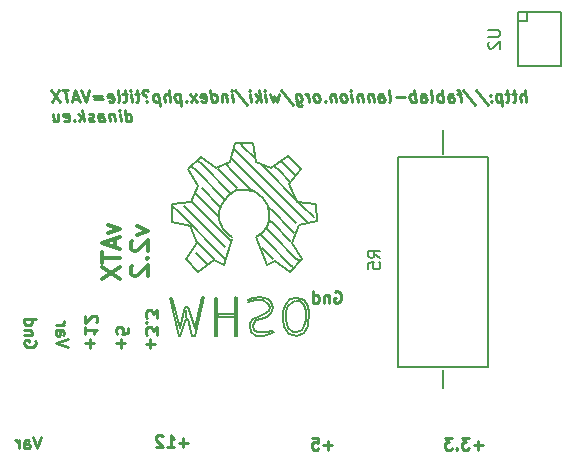
<source format=gbo>
%FSLAX46Y46*%
G04 Gerber Fmt 4.6, Leading zero omitted, Abs format (unit mm)*
G04 Created by KiCad (PCBNEW (2014-09-02 BZR 5112)-product) date jeu. 26 mars 2015 23:29:14 CET*
%MOMM*%
G01*
G04 APERTURE LIST*
%ADD10C,0.150000*%
%ADD11C,0.250000*%
%ADD12C,0.300000*%
G04 APERTURE END LIST*
D10*
D11*
X146771428Y-89271429D02*
X146009523Y-89271429D01*
X146390475Y-89652381D02*
X146390475Y-88890476D01*
X145628571Y-88652381D02*
X145009523Y-88652381D01*
X145342857Y-89033333D01*
X145199999Y-89033333D01*
X145104761Y-89080952D01*
X145057142Y-89128571D01*
X145009523Y-89223810D01*
X145009523Y-89461905D01*
X145057142Y-89557143D01*
X145104761Y-89604762D01*
X145199999Y-89652381D01*
X145485714Y-89652381D01*
X145580952Y-89604762D01*
X145628571Y-89557143D01*
X144580952Y-89557143D02*
X144533333Y-89604762D01*
X144580952Y-89652381D01*
X144628571Y-89604762D01*
X144580952Y-89557143D01*
X144580952Y-89652381D01*
X144200000Y-88652381D02*
X143580952Y-88652381D01*
X143914286Y-89033333D01*
X143771428Y-89033333D01*
X143676190Y-89080952D01*
X143628571Y-89128571D01*
X143580952Y-89223810D01*
X143580952Y-89461905D01*
X143628571Y-89557143D01*
X143676190Y-89604762D01*
X143771428Y-89652381D01*
X144057143Y-89652381D01*
X144152381Y-89604762D01*
X144200000Y-89557143D01*
X134057143Y-89271429D02*
X133295238Y-89271429D01*
X133676190Y-89652381D02*
X133676190Y-88890476D01*
X132342857Y-88652381D02*
X132819048Y-88652381D01*
X132866667Y-89128571D01*
X132819048Y-89080952D01*
X132723810Y-89033333D01*
X132485714Y-89033333D01*
X132390476Y-89080952D01*
X132342857Y-89128571D01*
X132295238Y-89223810D01*
X132295238Y-89461905D01*
X132342857Y-89557143D01*
X132390476Y-89604762D01*
X132485714Y-89652381D01*
X132723810Y-89652381D01*
X132819048Y-89604762D01*
X132866667Y-89557143D01*
X121833333Y-89071429D02*
X121071428Y-89071429D01*
X121452380Y-89452381D02*
X121452380Y-88690476D01*
X120071428Y-89452381D02*
X120642857Y-89452381D01*
X120357143Y-89452381D02*
X120357143Y-88452381D01*
X120452381Y-88595238D01*
X120547619Y-88690476D01*
X120642857Y-88738095D01*
X119690476Y-88547619D02*
X119642857Y-88500000D01*
X119547619Y-88452381D01*
X119309523Y-88452381D01*
X119214285Y-88500000D01*
X119166666Y-88547619D01*
X119119047Y-88642857D01*
X119119047Y-88738095D01*
X119166666Y-88880952D01*
X119738095Y-89452381D01*
X119119047Y-89452381D01*
X109395238Y-88552381D02*
X109061905Y-89552381D01*
X108728571Y-88552381D01*
X107966666Y-89552381D02*
X107966666Y-89028571D01*
X108014285Y-88933333D01*
X108109523Y-88885714D01*
X108300000Y-88885714D01*
X108395238Y-88933333D01*
X107966666Y-89504762D02*
X108061904Y-89552381D01*
X108300000Y-89552381D01*
X108395238Y-89504762D01*
X108442857Y-89409524D01*
X108442857Y-89314286D01*
X108395238Y-89219048D01*
X108300000Y-89171429D01*
X108061904Y-89171429D01*
X107966666Y-89123810D01*
X107490476Y-89552381D02*
X107490476Y-88885714D01*
X107490476Y-89076190D02*
X107442857Y-88980952D01*
X107395238Y-88933333D01*
X107300000Y-88885714D01*
X107204761Y-88885714D01*
X134242857Y-76300000D02*
X134338095Y-76252381D01*
X134480952Y-76252381D01*
X134623810Y-76300000D01*
X134719048Y-76395238D01*
X134766667Y-76490476D01*
X134814286Y-76680952D01*
X134814286Y-76823810D01*
X134766667Y-77014286D01*
X134719048Y-77109524D01*
X134623810Y-77204762D01*
X134480952Y-77252381D01*
X134385714Y-77252381D01*
X134242857Y-77204762D01*
X134195238Y-77157143D01*
X134195238Y-76823810D01*
X134385714Y-76823810D01*
X133766667Y-76585714D02*
X133766667Y-77252381D01*
X133766667Y-76680952D02*
X133719048Y-76633333D01*
X133623810Y-76585714D01*
X133480952Y-76585714D01*
X133385714Y-76633333D01*
X133338095Y-76728571D01*
X133338095Y-77252381D01*
X132433333Y-77252381D02*
X132433333Y-76252381D01*
X132433333Y-77204762D02*
X132528571Y-77252381D01*
X132719048Y-77252381D01*
X132814286Y-77204762D01*
X132861905Y-77157143D01*
X132909524Y-77061905D01*
X132909524Y-76776190D01*
X132861905Y-76680952D01*
X132814286Y-76633333D01*
X132719048Y-76585714D01*
X132528571Y-76585714D01*
X132433333Y-76633333D01*
X118628571Y-81071428D02*
X118628571Y-80309523D01*
X118247619Y-80690475D02*
X119009524Y-80690475D01*
X119247619Y-79928571D02*
X119247619Y-79309523D01*
X118866667Y-79642857D01*
X118866667Y-79499999D01*
X118819048Y-79404761D01*
X118771429Y-79357142D01*
X118676190Y-79309523D01*
X118438095Y-79309523D01*
X118342857Y-79357142D01*
X118295238Y-79404761D01*
X118247619Y-79499999D01*
X118247619Y-79785714D01*
X118295238Y-79880952D01*
X118342857Y-79928571D01*
X118342857Y-78880952D02*
X118295238Y-78833333D01*
X118247619Y-78880952D01*
X118295238Y-78928571D01*
X118342857Y-78880952D01*
X118247619Y-78880952D01*
X119247619Y-78500000D02*
X119247619Y-77880952D01*
X118866667Y-78214286D01*
X118866667Y-78071428D01*
X118819048Y-77976190D01*
X118771429Y-77928571D01*
X118676190Y-77880952D01*
X118438095Y-77880952D01*
X118342857Y-77928571D01*
X118295238Y-77976190D01*
X118247619Y-78071428D01*
X118247619Y-78357143D01*
X118295238Y-78452381D01*
X118342857Y-78500000D01*
X116128571Y-81057143D02*
X116128571Y-80295238D01*
X115747619Y-80676190D02*
X116509524Y-80676190D01*
X116747619Y-79342857D02*
X116747619Y-79819048D01*
X116271429Y-79866667D01*
X116319048Y-79819048D01*
X116366667Y-79723810D01*
X116366667Y-79485714D01*
X116319048Y-79390476D01*
X116271429Y-79342857D01*
X116176190Y-79295238D01*
X115938095Y-79295238D01*
X115842857Y-79342857D01*
X115795238Y-79390476D01*
X115747619Y-79485714D01*
X115747619Y-79723810D01*
X115795238Y-79819048D01*
X115842857Y-79866667D01*
X113528571Y-81033333D02*
X113528571Y-80271428D01*
X113147619Y-80652380D02*
X113909524Y-80652380D01*
X113147619Y-79271428D02*
X113147619Y-79842857D01*
X113147619Y-79557143D02*
X114147619Y-79557143D01*
X114004762Y-79652381D01*
X113909524Y-79747619D01*
X113861905Y-79842857D01*
X114052381Y-78890476D02*
X114100000Y-78842857D01*
X114147619Y-78747619D01*
X114147619Y-78509523D01*
X114100000Y-78414285D01*
X114052381Y-78366666D01*
X113957143Y-78319047D01*
X113861905Y-78319047D01*
X113719048Y-78366666D01*
X113147619Y-78938095D01*
X113147619Y-78319047D01*
X111647619Y-80995238D02*
X110647619Y-80661905D01*
X111647619Y-80328571D01*
X110647619Y-79566666D02*
X111171429Y-79566666D01*
X111266667Y-79614285D01*
X111314286Y-79709523D01*
X111314286Y-79900000D01*
X111266667Y-79995238D01*
X110695238Y-79566666D02*
X110647619Y-79661904D01*
X110647619Y-79900000D01*
X110695238Y-79995238D01*
X110790476Y-80042857D01*
X110885714Y-80042857D01*
X110980952Y-79995238D01*
X111028571Y-79900000D01*
X111028571Y-79661904D01*
X111076190Y-79566666D01*
X110647619Y-79090476D02*
X111314286Y-79090476D01*
X111123810Y-79090476D02*
X111219048Y-79042857D01*
X111266667Y-78995238D01*
X111314286Y-78900000D01*
X111314286Y-78804761D01*
X108900000Y-80442857D02*
X108947619Y-80538095D01*
X108947619Y-80680952D01*
X108900000Y-80823810D01*
X108804762Y-80919048D01*
X108709524Y-80966667D01*
X108519048Y-81014286D01*
X108376190Y-81014286D01*
X108185714Y-80966667D01*
X108090476Y-80919048D01*
X107995238Y-80823810D01*
X107947619Y-80680952D01*
X107947619Y-80585714D01*
X107995238Y-80442857D01*
X108042857Y-80395238D01*
X108376190Y-80395238D01*
X108376190Y-80585714D01*
X108614286Y-79966667D02*
X107947619Y-79966667D01*
X108519048Y-79966667D02*
X108566667Y-79919048D01*
X108614286Y-79823810D01*
X108614286Y-79680952D01*
X108566667Y-79585714D01*
X108471429Y-79538095D01*
X107947619Y-79538095D01*
X107947619Y-78633333D02*
X108947619Y-78633333D01*
X107995238Y-78633333D02*
X107947619Y-78728571D01*
X107947619Y-78919048D01*
X107995238Y-79014286D01*
X108042857Y-79061905D01*
X108138095Y-79109524D01*
X108423810Y-79109524D01*
X108519048Y-79061905D01*
X108566667Y-79014286D01*
X108614286Y-78919048D01*
X108614286Y-78728571D01*
X108566667Y-78633333D01*
D12*
X115078571Y-70614287D02*
X116078571Y-70971430D01*
X115078571Y-71328572D01*
X115650000Y-71828572D02*
X115650000Y-72542858D01*
X116078571Y-71685715D02*
X114578571Y-72185715D01*
X116078571Y-72685715D01*
X114578571Y-72971429D02*
X114578571Y-73828572D01*
X116078571Y-73400001D02*
X114578571Y-73400001D01*
X114578571Y-74185715D02*
X116078571Y-75185715D01*
X114578571Y-75185715D02*
X116078571Y-74185715D01*
X117478571Y-70757144D02*
X118478571Y-71114287D01*
X117478571Y-71471429D01*
X117121429Y-71971429D02*
X117050000Y-72042858D01*
X116978571Y-72185715D01*
X116978571Y-72542858D01*
X117050000Y-72685715D01*
X117121429Y-72757144D01*
X117264286Y-72828572D01*
X117407143Y-72828572D01*
X117621429Y-72757144D01*
X118478571Y-71900001D01*
X118478571Y-72828572D01*
X118335714Y-73471429D02*
X118407143Y-73542857D01*
X118478571Y-73471429D01*
X118407143Y-73400000D01*
X118335714Y-73471429D01*
X118478571Y-73471429D01*
X117121429Y-74114286D02*
X117050000Y-74185715D01*
X116978571Y-74328572D01*
X116978571Y-74685715D01*
X117050000Y-74828572D01*
X117121429Y-74900001D01*
X117264286Y-74971429D01*
X117407143Y-74971429D01*
X117621429Y-74900001D01*
X118478571Y-74042858D01*
X118478571Y-74971429D01*
D11*
X150457146Y-60227381D02*
X150332146Y-59227381D01*
X150028574Y-60227381D02*
X149963097Y-59703571D01*
X149998812Y-59608333D01*
X150088097Y-59560714D01*
X150230955Y-59560714D01*
X150332146Y-59608333D01*
X150385717Y-59655952D01*
X149611907Y-59560714D02*
X149230955Y-59560714D01*
X149427384Y-59227381D02*
X149534526Y-60084524D01*
X149498812Y-60179762D01*
X149409527Y-60227381D01*
X149314289Y-60227381D01*
X149040478Y-59560714D02*
X148659526Y-59560714D01*
X148855955Y-59227381D02*
X148963097Y-60084524D01*
X148927383Y-60179762D01*
X148838098Y-60227381D01*
X148742860Y-60227381D01*
X148326192Y-59560714D02*
X148451192Y-60560714D01*
X148332145Y-59608333D02*
X148230954Y-59560714D01*
X148040477Y-59560714D01*
X147951192Y-59608333D01*
X147909525Y-59655952D01*
X147873811Y-59751190D01*
X147909525Y-60036905D01*
X147969049Y-60132143D01*
X148022620Y-60179762D01*
X148123811Y-60227381D01*
X148314288Y-60227381D01*
X148403573Y-60179762D01*
X147492859Y-60132143D02*
X147451192Y-60179762D01*
X147504764Y-60227381D01*
X147546430Y-60179762D01*
X147492859Y-60132143D01*
X147504764Y-60227381D01*
X147427383Y-59608333D02*
X147385716Y-59655952D01*
X147439287Y-59703571D01*
X147480954Y-59655952D01*
X147427383Y-59608333D01*
X147439287Y-59703571D01*
X146183335Y-59179762D02*
X147201193Y-60465476D01*
X145135716Y-59179762D02*
X146153574Y-60465476D01*
X144992859Y-59560714D02*
X144611907Y-59560714D01*
X144933336Y-60227381D02*
X144826193Y-59370238D01*
X144766669Y-59275000D01*
X144665479Y-59227381D01*
X144570241Y-59227381D01*
X143933335Y-60227381D02*
X143867858Y-59703571D01*
X143903573Y-59608333D01*
X143992858Y-59560714D01*
X144183335Y-59560714D01*
X144284526Y-59608333D01*
X143927382Y-60179762D02*
X144028573Y-60227381D01*
X144266669Y-60227381D01*
X144355954Y-60179762D01*
X144391668Y-60084524D01*
X144379764Y-59989286D01*
X144320240Y-59894048D01*
X144219050Y-59846429D01*
X143980954Y-59846429D01*
X143879763Y-59798810D01*
X143457145Y-60227381D02*
X143332145Y-59227381D01*
X143379764Y-59608333D02*
X143278573Y-59560714D01*
X143088096Y-59560714D01*
X142998811Y-59608333D01*
X142957144Y-59655952D01*
X142921430Y-59751190D01*
X142957144Y-60036905D01*
X143016668Y-60132143D01*
X143070239Y-60179762D01*
X143171430Y-60227381D01*
X143361907Y-60227381D01*
X143451192Y-60179762D01*
X142409526Y-60227381D02*
X142498811Y-60179762D01*
X142534525Y-60084524D01*
X142427383Y-59227381D01*
X141600001Y-60227381D02*
X141534524Y-59703571D01*
X141570239Y-59608333D01*
X141659524Y-59560714D01*
X141850001Y-59560714D01*
X141951192Y-59608333D01*
X141594048Y-60179762D02*
X141695239Y-60227381D01*
X141933335Y-60227381D01*
X142022620Y-60179762D01*
X142058334Y-60084524D01*
X142046430Y-59989286D01*
X141986906Y-59894048D01*
X141885716Y-59846429D01*
X141647620Y-59846429D01*
X141546429Y-59798810D01*
X141123811Y-60227381D02*
X140998811Y-59227381D01*
X141046430Y-59608333D02*
X140945239Y-59560714D01*
X140754762Y-59560714D01*
X140665477Y-59608333D01*
X140623810Y-59655952D01*
X140588096Y-59751190D01*
X140623810Y-60036905D01*
X140683334Y-60132143D01*
X140736905Y-60179762D01*
X140838096Y-60227381D01*
X141028573Y-60227381D01*
X141117858Y-60179762D01*
X140171430Y-59846429D02*
X139409525Y-59846429D01*
X138838097Y-60227381D02*
X138927382Y-60179762D01*
X138963096Y-60084524D01*
X138855954Y-59227381D01*
X138028572Y-60227381D02*
X137963095Y-59703571D01*
X137998810Y-59608333D01*
X138088095Y-59560714D01*
X138278572Y-59560714D01*
X138379763Y-59608333D01*
X138022619Y-60179762D02*
X138123810Y-60227381D01*
X138361906Y-60227381D01*
X138451191Y-60179762D01*
X138486905Y-60084524D01*
X138475001Y-59989286D01*
X138415477Y-59894048D01*
X138314287Y-59846429D01*
X138076191Y-59846429D01*
X137975000Y-59798810D01*
X137469048Y-59560714D02*
X137552382Y-60227381D01*
X137480953Y-59655952D02*
X137427382Y-59608333D01*
X137326191Y-59560714D01*
X137183333Y-59560714D01*
X137094048Y-59608333D01*
X137058333Y-59703571D01*
X137123810Y-60227381D01*
X136564286Y-59560714D02*
X136647620Y-60227381D01*
X136576191Y-59655952D02*
X136522620Y-59608333D01*
X136421429Y-59560714D01*
X136278571Y-59560714D01*
X136189286Y-59608333D01*
X136153571Y-59703571D01*
X136219048Y-60227381D01*
X135742858Y-60227381D02*
X135659524Y-59560714D01*
X135617858Y-59227381D02*
X135671429Y-59275000D01*
X135629762Y-59322619D01*
X135576191Y-59275000D01*
X135617858Y-59227381D01*
X135629762Y-59322619D01*
X135123811Y-60227381D02*
X135213096Y-60179762D01*
X135254763Y-60132143D01*
X135290477Y-60036905D01*
X135254763Y-59751190D01*
X135195239Y-59655952D01*
X135141668Y-59608333D01*
X135040477Y-59560714D01*
X134897619Y-59560714D01*
X134808334Y-59608333D01*
X134766667Y-59655952D01*
X134730953Y-59751190D01*
X134766667Y-60036905D01*
X134826191Y-60132143D01*
X134879762Y-60179762D01*
X134980953Y-60227381D01*
X135123811Y-60227381D01*
X134278572Y-59560714D02*
X134361906Y-60227381D01*
X134290477Y-59655952D02*
X134236906Y-59608333D01*
X134135715Y-59560714D01*
X133992857Y-59560714D01*
X133903572Y-59608333D01*
X133867857Y-59703571D01*
X133933334Y-60227381D01*
X133445239Y-60132143D02*
X133403572Y-60179762D01*
X133457144Y-60227381D01*
X133498810Y-60179762D01*
X133445239Y-60132143D01*
X133457144Y-60227381D01*
X132838097Y-60227381D02*
X132927382Y-60179762D01*
X132969049Y-60132143D01*
X133004763Y-60036905D01*
X132969049Y-59751190D01*
X132909525Y-59655952D01*
X132855954Y-59608333D01*
X132754763Y-59560714D01*
X132611905Y-59560714D01*
X132522620Y-59608333D01*
X132480953Y-59655952D01*
X132445239Y-59751190D01*
X132480953Y-60036905D01*
X132540477Y-60132143D01*
X132594048Y-60179762D01*
X132695239Y-60227381D01*
X132838097Y-60227381D01*
X132076192Y-60227381D02*
X131992858Y-59560714D01*
X132016668Y-59751190D02*
X131957144Y-59655952D01*
X131903573Y-59608333D01*
X131802382Y-59560714D01*
X131707143Y-59560714D01*
X130945238Y-59560714D02*
X131046429Y-60370238D01*
X131105953Y-60465476D01*
X131159524Y-60513095D01*
X131260715Y-60560714D01*
X131403572Y-60560714D01*
X131492858Y-60513095D01*
X131022619Y-60179762D02*
X131123810Y-60227381D01*
X131314287Y-60227381D01*
X131403572Y-60179762D01*
X131445239Y-60132143D01*
X131480953Y-60036905D01*
X131445239Y-59751190D01*
X131385715Y-59655952D01*
X131332144Y-59608333D01*
X131230953Y-59560714D01*
X131040476Y-59560714D01*
X130951191Y-59608333D01*
X129707143Y-59179762D02*
X130725001Y-60465476D01*
X129516667Y-59560714D02*
X129409525Y-60227381D01*
X129159524Y-59751190D01*
X129028572Y-60227381D01*
X128754762Y-59560714D01*
X128457144Y-60227381D02*
X128373810Y-59560714D01*
X128332144Y-59227381D02*
X128385715Y-59275000D01*
X128344048Y-59322619D01*
X128290477Y-59275000D01*
X128332144Y-59227381D01*
X128344048Y-59322619D01*
X127980954Y-60227381D02*
X127855954Y-59227381D01*
X127838097Y-59846429D02*
X127600001Y-60227381D01*
X127516667Y-59560714D02*
X127945239Y-59941667D01*
X127171430Y-60227381D02*
X127088096Y-59560714D01*
X127046430Y-59227381D02*
X127100001Y-59275000D01*
X127058334Y-59322619D01*
X127004763Y-59275000D01*
X127046430Y-59227381D01*
X127058334Y-59322619D01*
X125850001Y-59179762D02*
X126867859Y-60465476D01*
X125647621Y-60227381D02*
X125564287Y-59560714D01*
X125522621Y-59227381D02*
X125576192Y-59275000D01*
X125534525Y-59322619D01*
X125480954Y-59275000D01*
X125522621Y-59227381D01*
X125534525Y-59322619D01*
X125088097Y-59560714D02*
X125171431Y-60227381D01*
X125100002Y-59655952D02*
X125046431Y-59608333D01*
X124945240Y-59560714D01*
X124802382Y-59560714D01*
X124713097Y-59608333D01*
X124677382Y-59703571D01*
X124742859Y-60227381D01*
X123838097Y-60227381D02*
X123713097Y-59227381D01*
X123832144Y-60179762D02*
X123933335Y-60227381D01*
X124123812Y-60227381D01*
X124213097Y-60179762D01*
X124254764Y-60132143D01*
X124290478Y-60036905D01*
X124254764Y-59751190D01*
X124195240Y-59655952D01*
X124141669Y-59608333D01*
X124040478Y-59560714D01*
X123850001Y-59560714D01*
X123760716Y-59608333D01*
X122975001Y-60179762D02*
X123076192Y-60227381D01*
X123266669Y-60227381D01*
X123355954Y-60179762D01*
X123391668Y-60084524D01*
X123344049Y-59703571D01*
X123284526Y-59608333D01*
X123183335Y-59560714D01*
X122992858Y-59560714D01*
X122903573Y-59608333D01*
X122867858Y-59703571D01*
X122879763Y-59798810D01*
X123367859Y-59894048D01*
X122600002Y-60227381D02*
X121992858Y-59560714D01*
X122516668Y-59560714D02*
X122076192Y-60227381D01*
X121683335Y-60132143D02*
X121641668Y-60179762D01*
X121695240Y-60227381D01*
X121736906Y-60179762D01*
X121683335Y-60132143D01*
X121695240Y-60227381D01*
X121135716Y-59560714D02*
X121260716Y-60560714D01*
X121141669Y-59608333D02*
X121040478Y-59560714D01*
X120850001Y-59560714D01*
X120760716Y-59608333D01*
X120719049Y-59655952D01*
X120683335Y-59751190D01*
X120719049Y-60036905D01*
X120778573Y-60132143D01*
X120832144Y-60179762D01*
X120933335Y-60227381D01*
X121123812Y-60227381D01*
X121213097Y-60179762D01*
X120314288Y-60227381D02*
X120189288Y-59227381D01*
X119885716Y-60227381D02*
X119820239Y-59703571D01*
X119855954Y-59608333D01*
X119945239Y-59560714D01*
X120088097Y-59560714D01*
X120189288Y-59608333D01*
X120242859Y-59655952D01*
X119326192Y-59560714D02*
X119451192Y-60560714D01*
X119332145Y-59608333D02*
X119230954Y-59560714D01*
X119040477Y-59560714D01*
X118951192Y-59608333D01*
X118909525Y-59655952D01*
X118873811Y-59751190D01*
X118909525Y-60036905D01*
X118969049Y-60132143D01*
X119022620Y-60179762D01*
X119123811Y-60227381D01*
X119314288Y-60227381D01*
X119403573Y-60179762D01*
X118350002Y-60132143D02*
X118308335Y-60179762D01*
X118361907Y-60227381D01*
X118403573Y-60179762D01*
X118350002Y-60132143D01*
X118361907Y-60227381D01*
X118433335Y-59275000D02*
X118332145Y-59227381D01*
X118094049Y-59227381D01*
X118004763Y-59275000D01*
X117969049Y-59370238D01*
X117980953Y-59465476D01*
X118040477Y-59560714D01*
X118094049Y-59608333D01*
X118195240Y-59655952D01*
X118248811Y-59703571D01*
X118308335Y-59798810D01*
X118314288Y-59846429D01*
X117707144Y-59560714D02*
X117326192Y-59560714D01*
X117522621Y-59227381D02*
X117629763Y-60084524D01*
X117594049Y-60179762D01*
X117504764Y-60227381D01*
X117409526Y-60227381D01*
X117076192Y-60227381D02*
X116992858Y-59560714D01*
X116951192Y-59227381D02*
X117004763Y-59275000D01*
X116963096Y-59322619D01*
X116909525Y-59275000D01*
X116951192Y-59227381D01*
X116963096Y-59322619D01*
X116659525Y-59560714D02*
X116278573Y-59560714D01*
X116475002Y-59227381D02*
X116582144Y-60084524D01*
X116546430Y-60179762D01*
X116457145Y-60227381D01*
X116361907Y-60227381D01*
X115885716Y-60227381D02*
X115975001Y-60179762D01*
X116010715Y-60084524D01*
X115903573Y-59227381D01*
X115117857Y-60179762D02*
X115219048Y-60227381D01*
X115409525Y-60227381D01*
X115498810Y-60179762D01*
X115534524Y-60084524D01*
X115486905Y-59703571D01*
X115427382Y-59608333D01*
X115326191Y-59560714D01*
X115135714Y-59560714D01*
X115046429Y-59608333D01*
X115010714Y-59703571D01*
X115022619Y-59798810D01*
X115510715Y-59894048D01*
X114582143Y-59703571D02*
X113820238Y-59703571D01*
X113855953Y-59989286D02*
X114617858Y-59989286D01*
X113427382Y-59227381D02*
X113219049Y-60227381D01*
X112760715Y-59227381D01*
X112564286Y-59941667D02*
X112088095Y-59941667D01*
X112695239Y-60227381D02*
X112236906Y-59227381D01*
X112028572Y-60227381D01*
X111713096Y-59227381D02*
X111141667Y-59227381D01*
X111552382Y-60227381D02*
X111427382Y-59227381D01*
X110903572Y-59227381D02*
X110361905Y-60227381D01*
X110236905Y-59227381D02*
X111028572Y-60227381D01*
X116600000Y-61877381D02*
X116475000Y-60877381D01*
X116594047Y-61829762D02*
X116695238Y-61877381D01*
X116885715Y-61877381D01*
X116975000Y-61829762D01*
X117016667Y-61782143D01*
X117052381Y-61686905D01*
X117016667Y-61401190D01*
X116957143Y-61305952D01*
X116903572Y-61258333D01*
X116802381Y-61210714D01*
X116611904Y-61210714D01*
X116522619Y-61258333D01*
X116123810Y-61877381D02*
X116040476Y-61210714D01*
X115998810Y-60877381D02*
X116052381Y-60925000D01*
X116010714Y-60972619D01*
X115957143Y-60925000D01*
X115998810Y-60877381D01*
X116010714Y-60972619D01*
X115564286Y-61210714D02*
X115647620Y-61877381D01*
X115576191Y-61305952D02*
X115522620Y-61258333D01*
X115421429Y-61210714D01*
X115278571Y-61210714D01*
X115189286Y-61258333D01*
X115153571Y-61353571D01*
X115219048Y-61877381D01*
X114314286Y-61877381D02*
X114248809Y-61353571D01*
X114284524Y-61258333D01*
X114373809Y-61210714D01*
X114564286Y-61210714D01*
X114665477Y-61258333D01*
X114308333Y-61829762D02*
X114409524Y-61877381D01*
X114647620Y-61877381D01*
X114736905Y-61829762D01*
X114772619Y-61734524D01*
X114760715Y-61639286D01*
X114701191Y-61544048D01*
X114600001Y-61496429D01*
X114361905Y-61496429D01*
X114260714Y-61448810D01*
X113879762Y-61829762D02*
X113790477Y-61877381D01*
X113600001Y-61877381D01*
X113498809Y-61829762D01*
X113439285Y-61734524D01*
X113433333Y-61686905D01*
X113469047Y-61591667D01*
X113558334Y-61544048D01*
X113701191Y-61544048D01*
X113790477Y-61496429D01*
X113826191Y-61401190D01*
X113820238Y-61353571D01*
X113760715Y-61258333D01*
X113659524Y-61210714D01*
X113516667Y-61210714D01*
X113427381Y-61258333D01*
X113028572Y-61877381D02*
X112903572Y-60877381D01*
X112885715Y-61496429D02*
X112647619Y-61877381D01*
X112564285Y-61210714D02*
X112992857Y-61591667D01*
X112207143Y-61782143D02*
X112165476Y-61829762D01*
X112219048Y-61877381D01*
X112260714Y-61829762D01*
X112207143Y-61782143D01*
X112219048Y-61877381D01*
X111355952Y-61829762D02*
X111457143Y-61877381D01*
X111647620Y-61877381D01*
X111736905Y-61829762D01*
X111772619Y-61734524D01*
X111725000Y-61353571D01*
X111665477Y-61258333D01*
X111564286Y-61210714D01*
X111373809Y-61210714D01*
X111284524Y-61258333D01*
X111248809Y-61353571D01*
X111260714Y-61448810D01*
X111748810Y-61544048D01*
X110373809Y-61210714D02*
X110457143Y-61877381D01*
X110802381Y-61210714D02*
X110867857Y-61734524D01*
X110832143Y-61829762D01*
X110742858Y-61877381D01*
X110600000Y-61877381D01*
X110498809Y-61829762D01*
X110445238Y-61782143D01*
D10*
X125999620Y-64500480D02*
X131900040Y-70400900D01*
X131600320Y-69100420D02*
X131099940Y-68600040D01*
X127000380Y-67500220D02*
X127300100Y-67799940D01*
X128999360Y-70499960D02*
X128801240Y-70299300D01*
X130000120Y-65501240D02*
X129799460Y-65300580D01*
X130500500Y-65999080D02*
X130899280Y-66400400D01*
X129499740Y-65999080D02*
X129200020Y-65699360D01*
X128498980Y-65999080D02*
X128001140Y-65501240D01*
X126500000Y-64000100D02*
X126299340Y-63799440D01*
X125999620Y-64500480D02*
X125699900Y-64200760D01*
X125999620Y-65501240D02*
X125499240Y-65000860D01*
X124501020Y-65999080D02*
X124399420Y-65900020D01*
X125499240Y-65999080D02*
X125100460Y-65600300D01*
X122999880Y-65501240D02*
X122700160Y-65198980D01*
X122499500Y-65999080D02*
X122199780Y-65699360D01*
X130500500Y-71000340D02*
X130800220Y-71300060D01*
X128999360Y-69499200D02*
X128699640Y-69199480D01*
X131099940Y-73499700D02*
X131300600Y-73700360D01*
X128999360Y-71500720D02*
X128498980Y-71000340D01*
X130500500Y-74000080D02*
X130701160Y-74200740D01*
X128498980Y-72001100D02*
X128001140Y-71500720D01*
X128498980Y-72999320D02*
X128100200Y-72600540D01*
X122999880Y-68500980D02*
X122499500Y-68000600D01*
X122499500Y-68998820D02*
X122199780Y-68699100D01*
X122999880Y-72498940D02*
X122601100Y-72100160D01*
X121000900Y-69499200D02*
X120599580Y-69100420D01*
X122499500Y-72999320D02*
X123500260Y-74000080D01*
X122999880Y-72498940D02*
X124000640Y-73499700D01*
X121000900Y-69499200D02*
X124998860Y-73499700D01*
X121498740Y-68998820D02*
X124998860Y-72498940D01*
X122499500Y-68998820D02*
X125499240Y-72001100D01*
X128498980Y-72999320D02*
X128999360Y-73499700D01*
X128498980Y-72001100D02*
X130500500Y-74000080D01*
X128999360Y-71500720D02*
X131000880Y-73499700D01*
X128999360Y-70499960D02*
X130500500Y-72001100D01*
X128999360Y-69499200D02*
X130500500Y-71000340D01*
X126500000Y-64000100D02*
X127500760Y-65000860D01*
X130000120Y-65501240D02*
X130500500Y-65999080D01*
X129499740Y-65999080D02*
X130500500Y-66999840D01*
X131501260Y-68998820D02*
X132499480Y-69999580D01*
X128498980Y-65999080D02*
X131000880Y-68500980D01*
X125999620Y-65501240D02*
X131000880Y-70499960D01*
X122999880Y-68500980D02*
X124501020Y-69999580D01*
X122999880Y-67500220D02*
X124501020Y-68998820D01*
X125499240Y-65999080D02*
X127000380Y-67500220D01*
X122499500Y-65999080D02*
X124998860Y-68500980D01*
X122999880Y-65501240D02*
X125499240Y-68000600D01*
X124501020Y-65999080D02*
X125999620Y-67500220D01*
X121699400Y-77799920D02*
X121699400Y-78399360D01*
X123200540Y-76700100D02*
X122400440Y-79999560D01*
X122400440Y-79999560D02*
X122199780Y-79999560D01*
X122199780Y-79999560D02*
X121801000Y-78600020D01*
X121801000Y-78600020D02*
X121699400Y-78600020D01*
X121699400Y-78600020D02*
X121199020Y-79999560D01*
X121199020Y-79999560D02*
X121099960Y-79999560D01*
X121099960Y-79999560D02*
X120299860Y-76799160D01*
X120299860Y-76799160D02*
X120500520Y-76799160D01*
X120500520Y-76799160D02*
X121199020Y-79400120D01*
X121199020Y-79400120D02*
X121600340Y-77599260D01*
X121600340Y-77599260D02*
X121801000Y-77599260D01*
X121801000Y-77599260D02*
X122400440Y-79400120D01*
X122400440Y-79400120D02*
X122999880Y-76700100D01*
X122999880Y-76700100D02*
X123200540Y-76700100D01*
X125900560Y-78201240D02*
X124399420Y-78201240D01*
X124399420Y-78201240D02*
X124399420Y-78399360D01*
X124399420Y-78399360D02*
X125798960Y-78399360D01*
X124300360Y-76799160D02*
X124300360Y-79999560D01*
X124300360Y-79999560D02*
X124099700Y-79999560D01*
X124099700Y-79999560D02*
X124099700Y-76799160D01*
X124099700Y-76799160D02*
X124300360Y-76799160D01*
X125798960Y-76700100D02*
X125900560Y-76700100D01*
X125999620Y-76700100D02*
X125999620Y-79999560D01*
X125999620Y-79999560D02*
X125798960Y-79999560D01*
X125798960Y-79999560D02*
X125798960Y-76700100D01*
X126898780Y-76999820D02*
X127000380Y-76900760D01*
X127000380Y-76900760D02*
X127399160Y-76799160D01*
X127399160Y-76799160D02*
X127899540Y-76700100D01*
X127899540Y-76700100D02*
X128600580Y-76900760D01*
X128600580Y-76900760D02*
X128900300Y-77200480D01*
X128900300Y-77200480D02*
X128999360Y-77700860D01*
X128999360Y-77700860D02*
X128900300Y-78099640D01*
X128900300Y-78099640D02*
X128498980Y-78399360D01*
X128498980Y-78399360D02*
X128001140Y-78600020D01*
X128001140Y-78600020D02*
X127599820Y-78699080D01*
X127599820Y-78699080D02*
X127399160Y-78899740D01*
X127399160Y-78899740D02*
X127300100Y-79199460D01*
X127300100Y-79199460D02*
X127399160Y-79499180D01*
X127399160Y-79499180D02*
X127698880Y-79699840D01*
X127698880Y-79699840D02*
X128100200Y-79699840D01*
X128100200Y-79699840D02*
X128600580Y-79699840D01*
X128600580Y-79699840D02*
X128900300Y-79600780D01*
X128900300Y-79600780D02*
X129100960Y-79699840D01*
X129100960Y-79699840D02*
X128801240Y-79900500D01*
X128801240Y-79900500D02*
X128199260Y-79999560D01*
X128199260Y-79999560D02*
X127599820Y-79999560D01*
X127599820Y-79999560D02*
X127201040Y-79699840D01*
X127201040Y-79699840D02*
X127099440Y-79199460D01*
X127099440Y-79199460D02*
X127099440Y-78899740D01*
X127099440Y-78899740D02*
X127300100Y-78600020D01*
X127300100Y-78600020D02*
X127800480Y-78399360D01*
X127800480Y-78399360D02*
X128300860Y-78201240D01*
X128300860Y-78201240D02*
X128699640Y-77898980D01*
X128699640Y-77898980D02*
X128801240Y-77599260D01*
X128801240Y-77599260D02*
X128600580Y-77299540D01*
X128600580Y-77299540D02*
X128199260Y-76999820D01*
X128199260Y-76999820D02*
X127599820Y-76999820D01*
X127599820Y-76999820D02*
X127201040Y-77098880D01*
X127201040Y-77098880D02*
X126898780Y-77200480D01*
X131000880Y-77098880D02*
X131300600Y-77098880D01*
X131300600Y-77098880D02*
X131699380Y-77401140D01*
X131699380Y-77401140D02*
X131800980Y-77898980D01*
X131800980Y-77898980D02*
X131800980Y-78699080D01*
X131800980Y-78699080D02*
X131699380Y-79199460D01*
X131699380Y-79199460D02*
X131501260Y-79499180D01*
X131501260Y-79499180D02*
X131099940Y-79699840D01*
X131099940Y-79699840D02*
X130701160Y-79699840D01*
X130701160Y-79699840D02*
X130299840Y-79400120D01*
X130299840Y-79400120D02*
X130099180Y-78699080D01*
X130099180Y-78699080D02*
X130099180Y-77898980D01*
X130099180Y-77898980D02*
X130299840Y-77500200D01*
X130299840Y-77500200D02*
X130500500Y-77299540D01*
X130500500Y-77299540D02*
X130899280Y-77098880D01*
X131000880Y-76799160D02*
X131399660Y-76900760D01*
X131399660Y-76900760D02*
X131699380Y-76999820D01*
X131699380Y-76999820D02*
X131999100Y-77500200D01*
X131999100Y-77500200D02*
X132100700Y-78099640D01*
X132100700Y-78099640D02*
X131999100Y-79199460D01*
X131999100Y-79199460D02*
X131699380Y-79798900D01*
X131699380Y-79798900D02*
X131099940Y-79999560D01*
X131099940Y-79999560D02*
X130398900Y-79900500D01*
X130398900Y-79900500D02*
X130000120Y-79301060D01*
X130000120Y-79301060D02*
X129901060Y-78600020D01*
X129901060Y-78600020D02*
X129901060Y-77898980D01*
X129901060Y-77898980D02*
X130099180Y-77299540D01*
X130099180Y-77299540D02*
X130500500Y-76900760D01*
X130500500Y-76900760D02*
X131000880Y-76799160D01*
X127599820Y-71701380D02*
X128100200Y-71300060D01*
X128100200Y-71300060D02*
X128498980Y-70799680D01*
X128498980Y-70799680D02*
X128699640Y-70299300D01*
X128699640Y-70299300D02*
X128699640Y-69600800D01*
X128699640Y-69600800D02*
X128598040Y-69001360D01*
X128598040Y-69001360D02*
X128199260Y-68399380D01*
X128199260Y-68399380D02*
X127399160Y-67799940D01*
X127399160Y-67799940D02*
X126599060Y-67700880D01*
X126599060Y-67700880D02*
X125898020Y-67700880D01*
X125898020Y-67700880D02*
X125199520Y-68201260D01*
X125199520Y-68201260D02*
X124699140Y-68899760D01*
X124699140Y-68899760D02*
X124498480Y-69499200D01*
X124498480Y-69499200D02*
X124498480Y-70200240D01*
X124498480Y-70200240D02*
X124798200Y-71000340D01*
X124798200Y-71000340D02*
X125298580Y-71500720D01*
X125298580Y-71500720D02*
X125598300Y-71701380D01*
X125598300Y-71800440D02*
X124849000Y-74050880D01*
X124849000Y-74050880D02*
X123998100Y-73601300D01*
X123998100Y-73601300D02*
X122700160Y-74599520D01*
X122700160Y-74599520D02*
X121699400Y-73499700D01*
X121699400Y-73499700D02*
X122598560Y-72199220D01*
X122598560Y-72199220D02*
X122098180Y-70901280D01*
X122098180Y-70901280D02*
X122098180Y-70700620D01*
X122098180Y-70700620D02*
X120497980Y-70400900D01*
X120497980Y-70400900D02*
X120497980Y-68899760D01*
X120497980Y-68899760D02*
X122098180Y-68701640D01*
X122098180Y-68701640D02*
X122700160Y-67299560D01*
X122700160Y-67299560D02*
X121798460Y-65900020D01*
X121798460Y-65900020D02*
X122898280Y-64899260D01*
X122898280Y-64899260D02*
X124198760Y-65800960D01*
X124198760Y-65800960D02*
X125400180Y-65300580D01*
X125400180Y-65300580D02*
X125798960Y-63700380D01*
X125798960Y-63700380D02*
X127300100Y-63700380D01*
X127300100Y-63700380D02*
X127599820Y-65300580D01*
X127599820Y-65300580D02*
X128900300Y-65800960D01*
X128900300Y-65800960D02*
X130299840Y-64800200D01*
X130299840Y-64800200D02*
X131399660Y-65900020D01*
X131399660Y-65900020D02*
X130398900Y-67200500D01*
X130398900Y-67200500D02*
X131099940Y-68701640D01*
X131099940Y-68701640D02*
X132700140Y-68899760D01*
X132700140Y-68899760D02*
X132799200Y-70299300D01*
X132799200Y-70299300D02*
X131199000Y-70601560D01*
X131199000Y-70601560D02*
X130599560Y-72199220D01*
X130599560Y-72199220D02*
X131498720Y-73499700D01*
X131498720Y-73499700D02*
X130497960Y-74599520D01*
X130497960Y-74599520D02*
X129200020Y-73700360D01*
X129200020Y-73700360D02*
X128498980Y-74000080D01*
X128498980Y-74000080D02*
X127599820Y-71701380D01*
X143400000Y-64656660D02*
X143400000Y-62624660D01*
X143400000Y-82944660D02*
X143400000Y-84468660D01*
X139590000Y-64910660D02*
X147210000Y-64910660D01*
X147210000Y-64910660D02*
X147210000Y-82690660D01*
X147210000Y-82690660D02*
X139590000Y-82690660D01*
X139590000Y-82690660D02*
X139590000Y-64910660D01*
X149799140Y-53398860D02*
X150500180Y-53398860D01*
X150500180Y-53398860D02*
X150500180Y-52598760D01*
X149799140Y-57201240D02*
X149799140Y-52598760D01*
X149799140Y-52598760D02*
X153400860Y-52598760D01*
X153400860Y-52598760D02*
X153400860Y-57201240D01*
X153400860Y-57201240D02*
X149799140Y-57201240D01*
X138101821Y-73433334D02*
X137625630Y-73100000D01*
X138101821Y-72861905D02*
X137101821Y-72861905D01*
X137101821Y-73242858D01*
X137149440Y-73338096D01*
X137197059Y-73385715D01*
X137292297Y-73433334D01*
X137435154Y-73433334D01*
X137530392Y-73385715D01*
X137578011Y-73338096D01*
X137625630Y-73242858D01*
X137625630Y-72861905D01*
X137101821Y-74338096D02*
X137101821Y-73861905D01*
X137578011Y-73814286D01*
X137530392Y-73861905D01*
X137482773Y-73957143D01*
X137482773Y-74195239D01*
X137530392Y-74290477D01*
X137578011Y-74338096D01*
X137673250Y-74385715D01*
X137911345Y-74385715D01*
X138006583Y-74338096D01*
X138054202Y-74290477D01*
X138101821Y-74195239D01*
X138101821Y-73957143D01*
X138054202Y-73861905D01*
X138006583Y-73814286D01*
X147242381Y-54138095D02*
X148051905Y-54138095D01*
X148147143Y-54185714D01*
X148194762Y-54233333D01*
X148242381Y-54328571D01*
X148242381Y-54519048D01*
X148194762Y-54614286D01*
X148147143Y-54661905D01*
X148051905Y-54709524D01*
X147242381Y-54709524D01*
X147337619Y-55138095D02*
X147290000Y-55185714D01*
X147242381Y-55280952D01*
X147242381Y-55519048D01*
X147290000Y-55614286D01*
X147337619Y-55661905D01*
X147432857Y-55709524D01*
X147528095Y-55709524D01*
X147670952Y-55661905D01*
X148242381Y-55090476D01*
X148242381Y-55709524D01*
M02*

</source>
